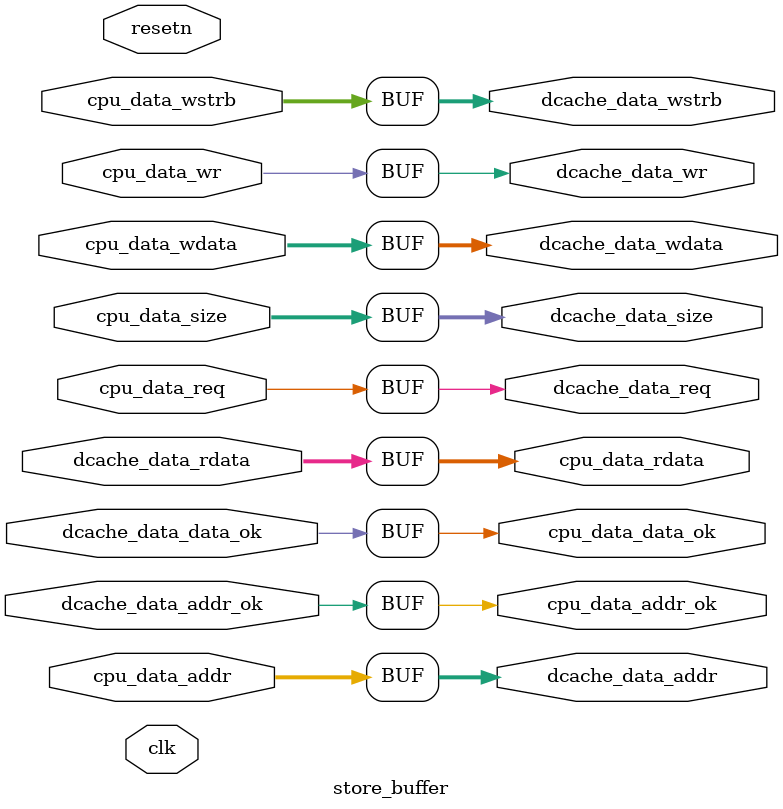
<source format=v>
`timescale 1ns / 1ps
module store_buffer
(
    input          clk,
    input          resetn,

    input          cpu_data_req    ,
    input          cpu_data_wr     ,
    input   [1 :0] cpu_data_size   ,
    input   [31:0] cpu_data_addr   ,
    input   [31:0] cpu_data_wdata  ,
	input   [3 :0] cpu_data_wstrb  ,
    output  [31:0] cpu_data_rdata  ,
    output         cpu_data_addr_ok,
    output         cpu_data_data_ok,

    output          dcache_data_req    ,
    output          dcache_data_wr     ,
    output   [1 :0] dcache_data_size   ,
    output   [31:0] dcache_data_addr   ,
    output   [31:0] dcache_data_wdata  ,
	output   [3 :0] dcache_data_wstrb  ,
    input    [31:0] dcache_data_rdata  ,
    input           dcache_data_addr_ok,
    input           dcache_data_data_ok
);

  assign         dcache_data_req    = cpu_data_req;
  assign         dcache_data_wr     = cpu_data_wr ;
  assign         dcache_data_size   = cpu_data_size;
  assign         dcache_data_addr   = cpu_data_addr;
  assign         dcache_data_wdata  = cpu_data_wdata;
  assign         dcache_data_wstrb  = cpu_data_wstrb;
  assign         cpu_data_rdata     = dcache_data_rdata;
  assign         cpu_data_addr_ok   = dcache_data_addr_ok;
  assign         cpu_data_data_ok   = dcache_data_data_ok;

// wire rst;
// assign rst=!resetn; 

// reg [7:0]   s_valid        ;
// reg [2:0]   s_index   [0:7];
// reg [31:0]  s_addr    [0:7];
// reg [31:0]  s_data    [0:7];
// reg [3:0]   s_wstrb   [0:7];

// reg [2:0]   A;
// reg [2:0]   B;

// wire [2:0] symbol_A;
// wire [2:0] symbol_B;
// assign symbol_A = A + 3'd1;
// assign symbol_B = B + 3'd1;

// wire full;
// wire empty;
// assign full     = (symbol_B == A) ? 1'b1 : 1'b0;
// assign empty    = (A == B) ? 1'b1 : 1'b0;

// wire [7:0]valid_out;
// assign valid_out[0] = (A == s_index[0]) ? 1'b0 : s_valid[0];
// assign valid_out[1] = (A == s_index[1]) ? 1'b0 : s_valid[1];
// assign valid_out[2] = (A == s_index[2]) ? 1'b0 : s_valid[2];
// assign valid_out[3] = (A == s_index[3]) ? 1'b0 : s_valid[3];
// assign valid_out[4] = (A == s_index[4]) ? 1'b0 : s_valid[4];
// assign valid_out[5] = (A == s_index[5]) ? 1'b0 : s_valid[5];
// assign valid_out[6] = (A == s_index[6]) ? 1'b0 : s_valid[6];
// assign valid_out[7] = (A == s_index[7]) ? 1'b0 : s_valid[7];


// //schedulor
// reg cpu_data_req_history;
// wire [7:0] load_hit;
// wire [7:0] load_hit_trivial;
// wire [7:0] store_hit;
// wire load_succeed;
// wire load_fail;
// wire store_succeed;
// wire load_miss;
// wire store_no_merge;

// assign load_hit[0] =    (s_addr[0] == cpu_data_addr) && s_valid[0] && (s_wstrb[0] == 4'b1111);
// assign load_hit[1] =    (s_addr[1] == cpu_data_addr) && s_valid[1] && (s_wstrb[1] == 4'b1111); 
// assign load_hit[2] =    (s_addr[2] == cpu_data_addr) && s_valid[2] && (s_wstrb[2] == 4'b1111);
// assign load_hit[3] =    (s_addr[3] == cpu_data_addr) && s_valid[3] && (s_wstrb[3] == 4'b1111); 
// assign load_hit[4] =    (s_addr[4] == cpu_data_addr) && s_valid[4] && (s_wstrb[4] == 4'b1111);
// assign load_hit[5] =    (s_addr[5] == cpu_data_addr) && s_valid[5] && (s_wstrb[5] == 4'b1111); 
// assign load_hit[6] =    (s_addr[6] == cpu_data_addr) && s_valid[6] && (s_wstrb[6] == 4'b1111);
// assign load_hit[7] =    (s_addr[7] == cpu_data_addr) && s_valid[7] && (s_wstrb[7] == 4'b1111);

// assign load_hit_trivial[0] =    (s_addr[0] == cpu_data_addr) && s_valid[0];
// assign load_hit_trivial[1] =    (s_addr[1] == cpu_data_addr) && s_valid[1]; 
// assign load_hit_trivial[2] =    (s_addr[2] == cpu_data_addr) && s_valid[2];
// assign load_hit_trivial[3] =    (s_addr[3] == cpu_data_addr) && s_valid[3]; 
// assign load_hit_trivial[4] =    (s_addr[4] == cpu_data_addr) && s_valid[4];
// assign load_hit_trivial[5] =    (s_addr[5] == cpu_data_addr) && s_valid[5]; 
// assign load_hit_trivial[6] =    (s_addr[6] == cpu_data_addr) && s_valid[6];
// assign load_hit_trivial[7] =    (s_addr[7] == cpu_data_addr) && s_valid[7];

// assign store_hit[0] =    (s_addr[0] == cpu_data_addr) && valid_out[0];
// assign store_hit[1] =    (s_addr[1] == cpu_data_addr) && valid_out[1]; 
// assign store_hit[2] =    (s_addr[2] == cpu_data_addr) && valid_out[2];
// assign store_hit[3] =    (s_addr[3] == cpu_data_addr) && valid_out[3]; 
// assign store_hit[4] =    (s_addr[4] == cpu_data_addr) && valid_out[4];
// assign store_hit[5] =    (s_addr[5] == cpu_data_addr) && valid_out[5]; 
// assign store_hit[6] =    (s_addr[6] == cpu_data_addr) && valid_out[6];
// assign store_hit[7] =    (s_addr[7] == cpu_data_addr) && valid_out[7];

// assign load_succeed     = !cpu_data_wr && cpu_data_req && (load_hit != 8'd0);
// assign load_miss        = !cpu_data_wr && cpu_data_req && (load_hit == 8'd0);
// assign store_succeed    =  cpu_data_wr && cpu_data_req && (store_hit != 8'd0);
// assign store_no_merge   =  cpu_data_wr && cpu_data_req && (store_hit == 8'd0);
// assign load_fail        =  ((load_hit ^ load_hit_trivial) == 8'b0) ? 1'b0 : 1'b1;


// reg [7:0]load_hit_history;
// always @(posedge clk)
// 	begin
// 		if(rst)
// 		begin
// 			load_hit_history <= 8'd0;
// 		end
//         else 
//         begin
//             load_hit_history <= load_hit;
//         end
// 	end


// always @(posedge clk)
// 	begin
// 		if(rst)
// 		begin
// 			cpu_data_req_history <= 1'b0;
// 		end
//         else if(cpu_data_addr_ok)
//         begin
//             cpu_data_req_history <= cpu_data_req;
//         end
//         else if(cpu_data_data_ok)
//         begin
//             cpu_data_req_history <= 1'b0;
//         end
// 	end

// wire [7:0] hit_history = load_hit_history;//??????? FIXIT

// //workstate
 

// wire        buffer_data_ok_r;
// wire        buffer_addr_ok_r;
// wire [31:0] buffer_addr_r;
// wire [31:0] buffer_rdata_r;
// wire [31:0] buffer_wdata_r;
// wire [3:0]  buffer_wstrb_r;
// wire        buffer_req_r;
// wire        buffer_wr_r;

// wire        buffer_data_ok_l;
// wire        buffer_addr_ok_l;
// wire [31:0] buffer_addr_l;
// wire [31:0] buffer_rdata_l;
// wire [31:0] buffer_wdata_l;
// wire [3:0]  buffer_wstrb_l;
// wire        buffer_req_l;
// wire        buffer_wr_l;


// reg [3:0] buffer_workstate;
// reg [3:0] axi_workstate;
// always @(posedge clk)
// 	begin
// 		if(rst)
// 		begin
// 			buffer_workstate <= 4'd0;        
// 		end
//         else if(buffer_workstate == 4'd0)
//         begin
//             buffer_workstate <= 4'd1;
//         end
//         else if(buffer_workstate == 4'd1)
//         begin
//             if(buffer_addr_ok_r && !buffer_data_ok_r)
//             begin
//                 buffer_workstate <= 4'd2;
//             end
//         end
//         else if(buffer_workstate == 4'd2)
//         begin
//             if(buffer_data_ok_r && !buffer_addr_ok_r)
//             begin
//                 buffer_workstate <= 4'd1;
//             end
//         end
//     end

// wire        axi_data_ok;
// wire        axi_addr_ok;
// wire [31:0] axi_addr;
// wire [31:0] axi_rdata;
// wire [31:0] axi_wdata;
// wire [3:0]  axi_wstrb;
// wire [1:0]  axi_size;
// wire        axi_req;
// wire        axi_wr;

// always @(posedge clk)
// 	begin
// 		if(rst)
// 		begin
// 			axi_workstate <= 4'd0;        
// 		end
//         else if(axi_workstate == 4'd0)
//         begin
//             axi_workstate <= 4'd1;
//         end
//         else if(axi_workstate == 4'd1)
//         begin
//             if(axi_addr_ok && !axi_data_ok)
//             begin
//                 axi_workstate <= 4'd2;
//             end
//         end
//         else if(axi_workstate == 4'd2)
//         begin
//             if(axi_data_ok && !axi_addr_ok)
//             begin
//                 axi_workstate <= 4'd1;
//             end
//         end
//     end

// wire        buffer_push;
// assign      buffer_push = (!full) && cpu_data_wr && cpu_data_req;

// reg buffer_data_ok_out;
// always @(posedge clk)
// 	begin
// 		if(rst)
// 		begin
// 			buffer_data_ok_out <= 1'b0;
// 		end
//         else if((store_succeed || buffer_push) || (load_succeed && !load_fail))
//         begin
//             buffer_data_ok_out <= 1'b1;
//         end
//         else if(cpu_data_data_ok && (axi_workstate != 4'd2))
//         begin
//             buffer_data_ok_out <= 1'b0;
//         end
// 	end

// assign buffer_addr_ok_l = (store_succeed || buffer_push) || (load_succeed && !load_fail);
// assign buffer_data_ok_l = buffer_data_ok_out;
// assign buffer_rdata_l   =({32{load_hit_history[0]}} & s_data[0]) |
//                          ({32{load_hit_history[1]}} & s_data[1]) |
//                          ({32{load_hit_history[2]}} & s_data[2]) |
//                          ({32{load_hit_history[3]}} & s_data[3]) |
//                          ({32{load_hit_history[4]}} & s_data[4]) |
//                          ({32{load_hit_history[5]}} & s_data[5]) |
//                          ({32{load_hit_history[6]}} & s_data[6]) |
//                          ({32{load_hit_history[7]}} & s_data[7]) ;

// assign buffer_addr_r    = s_addr[A];
// assign buffer_wr_r      = 1'b1;
// assign buffer_req_r     = ((buffer_workstate == 4'd1) || buffer_data_ok_r) && (!load_miss || load_fail) && s_valid[A];
// assign buffer_wstrb_r   = s_wstrb[A];
// assign buffer_wdata_r   = s_data[A];
// assign buffer_addr_ok_r = buffer_req_r && dcache_data_addr_ok; 
// assign buffer_data_ok_r = (buffer_workstate == 4'd2) && (axi_workstate != 4'd2) && dcache_data_data_ok;

// wire axi_work;
// assign axi_work     = load_miss && !load_fail;
// assign axi_data_ok  = (axi_workstate == 4'd2) && dcache_data_data_ok;
// assign axi_addr_ok  = axi_req && dcache_data_addr_ok;
// assign axi_addr     = cpu_data_addr;
// assign axi_rdata    = dcache_data_rdata;
// assign axi_wdata    = cpu_data_wdata;
// assign axi_wstrb    = cpu_data_wstrb;
// assign axi_req      = ((axi_workstate == 4'd1) || axi_data_ok) && load_miss && !load_fail;
// assign axi_size     = cpu_data_size;
// assign axi_wr       = cpu_data_wr;

// assign dcache_data_req      = (axi_work) ? axi_req      : buffer_req_r;
// assign dcache_data_wr       = (axi_work) ? axi_wr       : buffer_wr_r;
// assign dcache_data_size     = (axi_work) ? axi_size     : 3'd2;
// assign dcache_data_addr     = (axi_work) ? axi_addr     : buffer_addr_r;
// assign dcache_data_wdata    = (axi_work) ? axi_wdata    : buffer_wdata_r;
// assign dcache_data_wstrb    = (axi_work) ? axi_wstrb    : buffer_wstrb_r;

// assign cpu_data_rdata       = ((axi_workstate == 4'd2)) ? axi_rdata : buffer_rdata_l;
// assign cpu_data_addr_ok     = axi_addr_ok || buffer_addr_ok_l;
// assign cpu_data_data_ok     = ((axi_workstate == 4'd2)) ? axi_data_ok : buffer_data_ok_l;

// always @(posedge clk)
// 	begin
// 		if(rst)
// 		begin
// 			s_index[0] <= 3'd0;
//             s_index[1] <= 3'd1;
//             s_index[2] <= 3'd2;
//             s_index[3] <= 3'd3;
//             s_index[4] <= 3'd4;
//             s_index[5] <= 3'd5; 
//             s_index[6] <= 3'd6;
//             s_index[7] <= 3'd7;
// 		end
// 	end

// always @(posedge clk)
// 	begin
// 		if(rst)
// 		begin
// 			s_valid <= 8'd0;
// 		end
//         else if((buffer_push && !store_succeed) && buffer_data_ok_r )
//         begin
//             s_valid[B] <= buffer_push;
//             s_valid[A] <= 1'b0;
//         end
//         else if((buffer_push && !store_succeed) || buffer_data_ok_r)
//         begin
//             if((buffer_push && !store_succeed))
//             begin
//                 s_valid[B] <= buffer_push;
//             end
//             else if(buffer_data_ok_r)
//             begin
//                 s_valid[A] <= 1'b0;
//             end
//         end
// 	end

// always @(posedge clk)
// 	begin
// 		if(rst)
// 		begin
// 			A <= 3'd0;
// 		end
//         else if((buffer_workstate == 4'd2) && buffer_data_ok_r && !empty)
//         begin
//             A <= A + 3'd1;
//         end
// 	end

// always @(posedge clk)
// 	begin
// 		if(rst)
// 		begin
// 			B <= 3'd0;
// 		end
//         else if(buffer_addr_ok_l && buffer_push && !store_succeed)
//         begin
//             B <= B + 3'd1;
//         end
// 	end

// always @(posedge clk)
// 	begin
//         if(buffer_addr_ok_l && buffer_push)
//         begin
//             s_addr[B] <= cpu_data_addr;
//         end
// 	end

// wire[3:0] store_hit_input;
// assign store_hit_input =    ({3{(store_hit == 8'b00000001)}} & 3'd0) |
//                             ({3{(store_hit == 8'b00000010)}} & 3'd1) |
//                             ({3{(store_hit == 8'b00000100)}} & 3'd2) |
//                             ({3{(store_hit == 8'b00001000)}} & 3'd3) |
//                             ({3{(store_hit == 8'b00010000)}} & 3'd4) |
//                             ({3{(store_hit == 8'b00100000)}} & 3'd5) |
//                             ({3{(store_hit == 8'b01000000)}} & 3'd6) |
//                             ({3{(store_hit == 8'b10000000)}} & 3'd7) ;

// always @(posedge clk)
// 	begin
//         if(store_succeed && buffer_addr_ok_l)
//         begin
//             s_wstrb[store_hit_input] <= (s_wstrb[store_hit_input] | cpu_data_wstrb);
//         end
//         else if(buffer_push && buffer_addr_ok_l)
//         begin
//             s_wstrb[B] <= cpu_data_wstrb;
//         end
// 	end

// wire [31:0] s_data_rput;
// wire [31:0] temp_wstrb;
// wire [31:0] temp_wstrb_rverse;
// assign temp_wstrb = {{8{cpu_data_wstrb[3]}},{8{cpu_data_wstrb[2]}},{8{cpu_data_wstrb[1]}},{8{cpu_data_wstrb[0]}}};
// assign temp_wstrb_rverse = ~temp_wstrb;
// assign s_data_rput = (temp_wstrb & cpu_data_wdata) | (temp_wstrb_rverse & s_data[store_hit_input]);

// always @(posedge clk)
// 	begin
//         if(store_succeed && buffer_addr_ok_l)
//         begin
//             s_data[store_hit_input] <= s_data_rput;
//         end
//         else if(buffer_push && buffer_addr_ok_l)
//         begin
//             s_data[B] <= cpu_data_wdata;
//         end
// 	end

// reg push_history;
// always @(posedge clk)
// 	begin
//         if(rst)
//         begin
//             push_history <= 1'b0;
//         end
//         else if(!store_succeed && buffer_push && buffer_addr_ok_l)
//         begin
//             push_history <= 1'b1;
//         end
//         else
//         begin
//             push_history <= 1'b0;
//         end
// 	end

// reg [31:0] counter_full;
// always @(posedge clk)
// 	begin
//         if(rst)
//         begin
//             counter_full <= 32'b0;
//         end
//         else if(push_history && full)
//         begin
//             counter_full <= counter_full + 32'd1;
//         end
// 	end

endmodule

</source>
